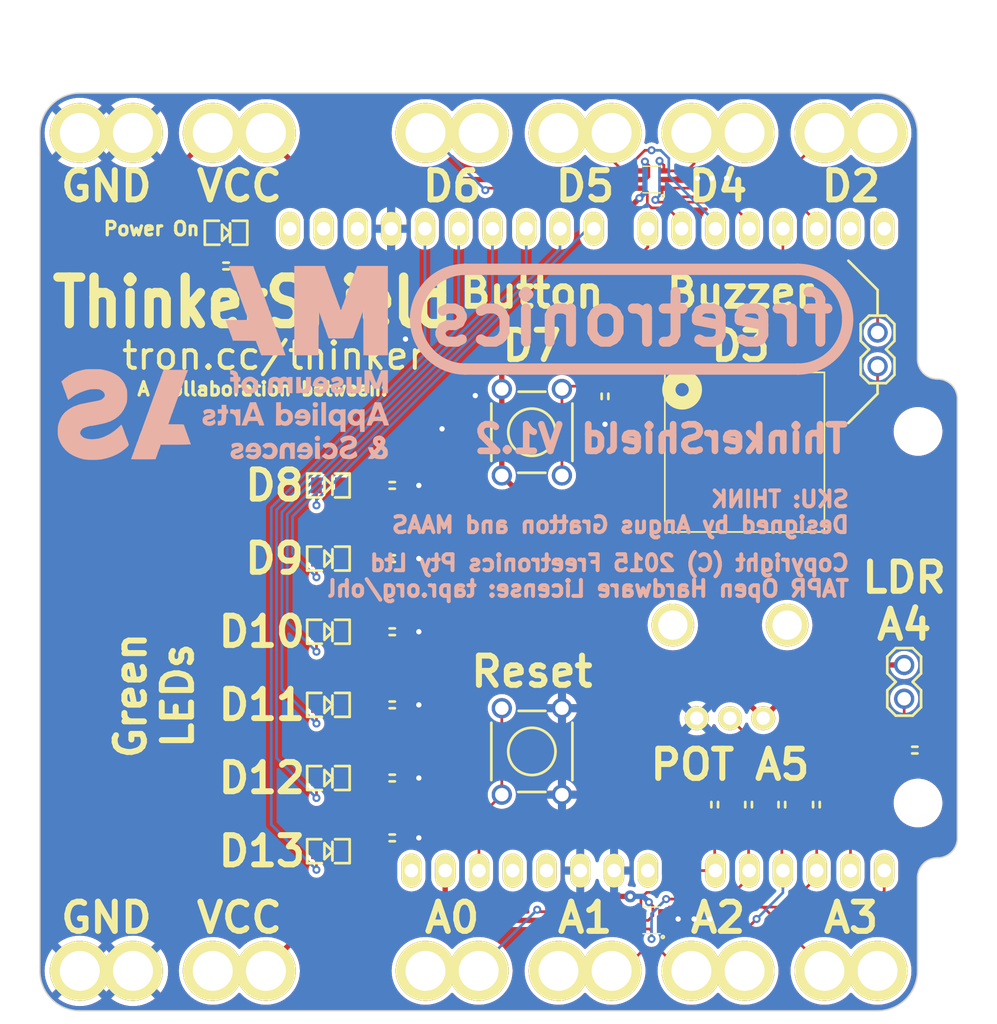
<source format=kicad_pcb>
(kicad_pcb (version 20221018) (generator pcbnew)
  (layers (0 "F.Cu" signal) (31 "B.Cu" signal) (34 "B.Paste" user) (35 "F.Paste" user) (36 "B.SilkS" user "B.Silkscreen") (37 "F.SilkS" user "F.Silkscreen") (38 "B.Mask" user) (39 "F.Mask" user) (44 "Edge.Cuts" user))
  (net 0 "")
  (net 1 "GND")
  (net 2 "/A0")
  (net 3 "/A1")
  (net 4 "/A2")
  (net 5 "/A3")
  (net 6 "IORef")
  (net 7 "/D2")
  (net 8 "/D4")
  (net 9 "/D5")
  (net 10 "/D6")
  (net 11 "/D3")
  (net 12 "/BUZZER")
  (net 13 "/D8")
  (net 14 "Net-(LED1-PadK)")
  (net 15 "/D9")
  (net 16 "Net-(LED2-PadK)")
  (net 17 "/D10")
  (net 18 "Net-(LED3-PadK)")
  (net 19 "/D11")
  (net 20 "Net-(LED4-PadK)")
  (net 21 "/D12")
  (net 22 "Net-(LED5-PadK)")
  (net 23 "/D13")
  (net 24 "/A4")
  (net 25 "/D7")
  (net 26 "/A5")
  (net 27 "Net-(SHIELD1-PadRST)")
  (net 28 "Net-(LED6-PadK)")
  (net 29 "Net-(LED7-PadK)")
  (footprint "FT:ALLIGATOR_CLIP_CONN" (layer "F.Cu") (at 199 110)
    (fp_text reference "JP1" hide)
    (fp_text value "M01")
  )
  (footprint "FT:ALLIGATOR_CLIP_CONN" (layer "F.Cu") (at 209 110)
    (fp_text reference "JP2" hide)
    (fp_text value "M01")
  )
  (footprint "FT:ALLIGATOR_CLIP_CONN" (layer "F.Cu") (at 219 110 180)
    (fp_text reference "JP3" hide)
    (fp_text value "M01")
  )
  (footprint "FT:ALLIGATOR_CLIP_CONN" (layer "F.Cu") (at 229 110 180)
    (fp_text reference "JP4" hide)
    (fp_text value "M01")
  )
  (footprint "FT:ALLIGATOR_CLIP_CONN" (layer "F.Cu") (at 183 110 180)
    (fp_text reference "JP5" hide)
    (fp_text value "M01")
  )
  (footprint "FT:ALLIGATOR_CLIP_CONN" (layer "F.Cu") (at 183 47)
    (fp_text reference "JP6" hide)
    (fp_text value "M01")
  )
  (footprint "FT:ALLIGATOR_CLIP_CONN" (layer "F.Cu") (at 173 110 180)
    (fp_text reference "JP7" hide)
    (fp_text value "M01")
  )
  (footprint "FT:ALLIGATOR_CLIP_CONN" (layer "F.Cu") (at 173 47 180)
    (fp_text reference "JP8" hide)
    (fp_text value "M01")
  )
  (footprint "FT:ALLIGATOR_CLIP_CONN" (layer "F.Cu") (at 229 47)
    (fp_text reference "JP9" hide)
    (fp_text value "M01")
  )
  (footprint "FT:ALLIGATOR_CLIP_CONN" (layer "F.Cu") (at 219 47)
    (fp_text reference "JP10" hide)
    (fp_text value "M01")
  )
  (footprint "FT:ALLIGATOR_CLIP_CONN" (layer "F.Cu") (at 209 47)
    (fp_text reference "JP11" hide)
    (fp_text value "M01")
  )
  (footprint "FT:ALLIGATOR_CLIP_CONN" (layer "F.Cu") (at 199 47)
    (fp_text reference "JP12" hide)
    (fp_text value "M01")
  )
  (footprint "FT:1X02" (layer "F.Cu") (at 231 62 -90)
    (fp_text reference "JP13")
    (fp_text value "JUMPER2" hide)
  )
  (footprint "FT:LED-0805" (layer "F.Cu") (at 189.7 73.5)
    (fp_text reference "LED1")
    (fp_text value "GREEN")
  )
  (footprint "FT:1X02" (layer "F.Cu") (at 233 87 -90)
    (fp_text reference "PH1")
    (fp_text value "LDR GL5516" hide)
  )
  (footprint "FT:0603" (layer "F.Cu") (at 233.8 93.4)
    (fp_text reference "R1")
    (fp_text value "1K" hide)
  )
  (footprint "FT:0603" (layer "F.Cu") (at 210.5 66.8 -90)
    (fp_text reference "R2")
    (fp_text value "10K" hide)
  )
  (footprint "FT:BUZZER-12X12-SMT" (layer "F.Cu") (at 221 71)
    (fp_text reference "U1")
    (fp_text value "BUZZER")
  )
  (footprint "FT:ARDUINO_SHIELD" (layer "F.Cu") (at 168 105)
    (fp_text reference "SHIELD1" hide)
    (fp_text value "ARDUINO_SHIELD" hide)
  )
  (footprint "FT:SOT363" (layer "F.Cu") (at 214 106.2 90)
    (fp_text reference "TV1")
    (fp_text value "SMF05C" hide)
  )
  (footprint "SOT363" (layer "F.Cu") (at 214 50.5 90)
    (fp_text reference "TV2")
    (fp_text value "SMF05C" hide)
  )
  (footprint "FT:SW_PUSHBUTTON_PTH" (layer "F.Cu") (at 205 93.5 90)
    (fp_text reference "SW1")
    (fp_text value "SW_PUSHBUTTON" hide)
  )
  (footprint "FT:SW_PUSHBUTTON_PTH" (layer "F.Cu") (at 205 69.5 90)
    (fp_text reference "SW2")
    (fp_text value "SW_PUSHBUTTON" hide)
  )
  (footprint "FT:LOGO_FREETRONICS_14mm_SolderMask" (layer "F.Cu") (at 188.8 69.5)
    (fp_text reference "LOGO_FREETRONICS" hide)
    (fp_text value "val**" hide)
  )
  (footprint "TS:MAAS_logo_small_SolderMask" (layer "F.Cu") (at 176 74)
    (fp_text reference "G***" hide)
    (fp_text value "LOGO" hide)
  )
  (footprint "FT:0603" (layer "F.Cu") (at 221.3 97.5 90)
    (fp_text reference "R7")
    (fp_text value "22M" hide)
  )
  (footprint "FT:0603" (layer "F.Cu") (at 223.8 97.5 90)
    (fp_text reference "R8")
    (fp_text value "22M" hide)
  )
  (footprint "FT:0603" (layer "F.Cu") (at 226.4 97.5 90)
    (fp_text reference "R9")
    (fp_text value "22M" hide)
  )
  (footprint "FT:0603" (layer "F.Cu") (at 218.75 97.5 90)
    (fp_text reference "R5")
    (fp_text value "22M" hide)
  )
  (footprint "POT_RV09_VERT" (layer "F.Cu") (at 219.9 84)
    (fp_text reference "VR1")
    (fp_text value "10K" hide)
  )
  (footprint "FT:LED-0805" (layer "F.Cu") (at 182 54.5)
    (fp_text reference "LED7")
    (fp_text value "BLUE")
  )
  (footprint "FT:LED-0805" (layer "F.Cu") (at 189.7 79)
    (fp_text reference "LED2")
    (fp_text value "GREEN")
  )
  (footprint "FT:LED-0805" (layer "F.Cu") (at 189.7 84.5)
    (fp_text reference "LED3")
    (fp_text value "GREEN")
  )
  (footprint "FT:LED-0805" (layer "F.Cu") (at 189.7 90)
    (fp_text reference "LED4")
    (fp_text value "GREEN")
  )
  (footprint "FT:LED-0805" (layer "F.Cu") (at 189.7 95.5)
    (fp_text reference "LED5")
    (fp_text value "GREEN")
  )
  (footprint "FT:LED-0805" (layer "F.Cu") (at 189.7 101)
    (fp_text reference "LED6")
    (fp_text value "GREEN")
  )
  (footprint "FT:0603" (layer "F.Cu") (at 182 57)
    (fp_text reference "R6")
    (fp_text value "2.2K" hide)
  )
  (footprint "FT:0603" (layer "F.Cu") (at 194.5 73.5 180)
    (fp_text reference "R3")
    (fp_text value "470R" hide)
  )
  (footprint "FT:0603" (layer "F.Cu") (at 194.5 79 180)
    (fp_text reference "R4")
    (fp_text value "470R" hide)
  )
  (footprint "FT:0603" (layer "F.Cu") (at 194.5 84.5 180)
    (fp_text reference "R10")
    (fp_text value "470R" hide)
  )
  (footprint "FT:0603" (layer "F.Cu") (at 194.5 90 180)
    (fp_text reference "R11")
    (fp_text value "470R" hide)
  )
  (footprint "FT:0603" (layer "F.Cu") (at 194.5 95.5 180)
    (fp_text reference "R12")
    (fp_text value "470R" hide)
  )
  (footprint "FT:0603" (layer "F.Cu") (at 194.5 100 180)
    (fp_text reference "R13")
    (fp_text value "470R" hide)
  )
  (footprint "FT:FIDUCIAL" (layer "F.Cu") (at 221 71)
    (fp_text reference "FIDUCIAL" hide)
    (fp_text value "val**" hide)
  )
  (footprint "FT:FIDUCIAL" (layer "F.Cu") (at 205 69.5)
    (fp_text reference "FIDUCIAL" hide)
    (fp_text value "val**" hide)
  )
  (footprint "FT:FIDUCIAL" (layer "F.Cu") (at 205 93.5)
    (fp_text reference "FIDUCIAL" hide)
    (fp_text value "val**" hide)
  )
  (footprint "FT:LOGO_FREETRONICS_33mm" (layer "B.Cu") (at 212.5 61)
    (fp_text reference "LOGO_FREETRONICS" hide)
    (fp_text value "val**" hide)
  )
  (footprint "TS:MAAS_logo_large" (layer "B.Cu") (at 181.75 64.25 180)
    (fp_text reference "G***" hide)
    (fp_text value "LOGO" hide)
  )
  (gr_line (start 231 66.6) (end 228.8 68.8) (stroke (width 0.2)) (layer "F.SilkS"))
  (gr_line (start 229.2 57) (end 228.8 56.6) (stroke (width 0.2)) (layer "F.SilkS"))
  (gr_line (start 231 58.8) (end 229.2 57) (stroke (width 0.2)) (layer "F.SilkS"))
  (gr_line (start 231 60.7) (end 231 58.8) (stroke (width 0.2)) (layer "F.SilkS"))
  (gr_line (start 231 65.8) (end 231 66.6) (stroke (width 0.2)) (layer "F.SilkS"))
  (gr_arc (start 171 113) (mid 168.87868 112.12132) (end 168 110) (stroke (width 0.1)) (layer "Edge.Cuts"))
  (gr_line (start 234 110) (end 234 103) (stroke (width 0.1)) (layer "Edge.Cuts"))
  (gr_arc (start 231 44) (mid 233.12132 44.87868) (end 234 47) (stroke (width 0.1)) (layer "Edge.Cuts"))
  (gr_arc (start 237 100) (mid 236.56066 101.06066) (end 235.5 101.5) (stroke (width 0.1)) (layer "Edge.Cuts"))
  (gr_arc (start 235.5 65.5) (mid 234.43934 65.06066) (end 234 64) (stroke (width 0.1)) (layer "Edge.Cuts"))
  (gr_arc (start 168 47) (mid 168.87868 44.87868) (end 171 44) (stroke (width 0.1)) (layer "Edge.Cuts"))
  (gr_line (start 234 47) (end 234 53) (stroke (width 0.1)) (layer "Edge.Cuts"))
  (gr_line (start 237 100) (end 237 67) (stroke (width 0.1)) (layer "Edge.Cuts"))
  (gr_arc (start 235.5 65.5) (mid 236.56066 65.93934) (end 237 67) (stroke (width 0.1)) (layer "Edge.Cuts"))
  (gr_line (start 171 113) (end 231 113) (stroke (width 0.1)) (layer "Edge.Cuts"))
  (gr_line (start 168 47) (end 168 110) (stroke (width 0.1)) (layer "Edge.Cuts"))
  (gr_arc (start 234 110) (mid 233.12132 112.12132) (end 231 113) (stroke (width 0.1)) (layer "Edge.Cuts"))
  (gr_line (start 231 44) (end 171 44) (stroke (width 0.1)) (layer "Edge.Cuts"))
  (gr_line (start 234 64) (end 234 53) (stroke (width 0.1)) (layer "Edge.Cuts"))
  (gr_arc (start 234 103) (mid 234.43934 101.93934) (end 235.5 101.5) (stroke (width 0.1)) (layer "Edge.Cuts"))
  (gr_text "Copyright (C) 2015 Freetronics Pty Ltd\nTAPR Open Hardware License: tapr.org/ohl\n" (at 229 80.3) (layer "B.SilkS") (effects (font (size 1.2 1.2) (thickness 0.3)) (justify left mirror)))
  (gr_text "ThinkerShield V1.2" (at 229 70) (layer "B.SilkS") (effects (font (size 2 2) (thickness 0.5)) (justify left mirror)))
  (gr_text "SKU: THINK\nDesigned by Angus Gratton and MAAS\n" (at 229 75.5) (layer "B.SilkS") (effects (font (size 1.2 1.2) (thickness 0.3)) (justify left mirror)))
  (gr_text "LDR\nA4" (at 233 82.2) (layer "F.SilkS") (effects (font (size 2.2 2.2) (thickness 0.45))))
  (gr_text "D4" (at 219 51) (layer "F.SilkS") (effects (font (size 2.2 2.2) (thickness 0.45))))
  (gr_text "POT A5\n" (at 219.9 94.5) (layer "F.SilkS") (effects (font (size 2.2 2.2) (thickness 0.45))))
  (gr_text "D2" (at 229 51) (layer "F.SilkS") (effects (font (size 2.2 2.2) (thickness 0.45))))
  (gr_text "Power On" (at 176.4 54.2) (layer "F.SilkS") (effects (font (size 1 1) (thickness 0.25))))
  (gr_text "D11" (at 181.2 90) (layer "F.SilkS") (effects (font (size 2.2 2.2) (thickness 0.45)) (justify left)))
  (gr_text "D10" (at 181.2 84.5) (layer "F.SilkS") (effects (font (size 2.2 2.2) (thickness 0.45)) (justify left)))
  (gr_text "Green\nLEDs" (at 176.6 89.3 90) (layer "F.SilkS") (effects (font (size 2.2 2.2) (thickness 0.45))))
  (gr_text "A3" (at 229 106) (layer "F.SilkS") (effects (font (size 2.2 2.2) (thickness 0.45))))
  (gr_text "GND" (at 173 106) (layer "F.SilkS") (effects (font (size 2.2 2.2) (thickness 0.45))))
  (gr_text "ThinkerShield" (at 184 59.75) (layer "F.SilkS") (effects (font (size 3.5 3) (thickness 0.7))))
  (gr_text "D12" (at 181.2 95.5) (layer "F.SilkS") (effects (font (size 2.2 2.2) (thickness 0.45)) (justify left)))
  (gr_text "GND" (at 173 51) (layer "F.SilkS") (effects (font (size 2.2 2.2) (thickness 0.45))))
  (gr_text "Reset" (at 205 87.5) (layer "F.SilkS") (effects (font (size 2.2 2.2) (thickness 0.45))))
  (gr_text "D3" (at 220.7 63) (layer "F.SilkS") (effects (font (size 2.2 2.2) (thickness 0.45))))
  (gr_text "D6" (at 199 51) (layer "F.SilkS") (effects (font (size 2.2 2.2) (thickness 0.45))))
  (gr_text "VCC" (at 183 106) (layer "F.SilkS") (effects (font (size 2.2 2.2) (thickness 0.45))))
  (gr_text "A1" (at 209 106) (layer "F.SilkS") (effects (font (size 2.2 2.2) (thickness 0.45))))
  (gr_text "A2" (at 219 106) (layer "F.SilkS") (effects (font (size 2.2 2.2) (thickness 0.45))))
  (gr_text "D5" (at 209 51) (layer "F.SilkS") (effects (font (size 2.2 2.2) (thickness 0.45))))
  (gr_text "D7" (at 205 63) (layer "F.SilkS") (effects (font (size 2.2 2.2) (thickness 0.45))))
  (gr_text "A0" (at 199 106) (layer "F.SilkS") (effects (font (size 2.2 2.2) (thickness 0.45))))
  (gr_text "VCC" (at 183 51) (layer "F.SilkS") (effects (font (size 2.2 2.2) (thickness 0.45))))
  (gr_text "Buzzer" (at 220.7 59) (layer "F.SilkS") (effects (font (size 2.2 2.2) (thickness 0.45))))
  (gr_text "tron.cc/thinker" (at 174 63.75) (layer "F.SilkS") (effects (font (size 2 2) (thickness 0.3)) (justify left)))
  (gr_text "D9" (at 183.2 79) (layer "F.SilkS") (effects (font (size 2.2 2.2) (thickness 0.45)) (justify left)))
  (gr_text "Button" (at 205 59) (layer "F.SilkS") (effects (font (size 2.2 2.2) (thickness 0.45))))
  (gr_text "D13" (at 181.2 101) (layer "F.SilkS") (effects (font (size 2.2 2.2) (thickness 0.45)) (justify left)))
  (gr_text "A collaboration between:" (at 184.75 66.25) (layer "F.SilkS") (effects (font (size 1 1) (thickness 0.25))))
  (gr_text "D8" (at 183.2 73.5) (layer "F.SilkS") (effects (font (size 2.2 2.2) (thickness 0.45)) (justify left)))
  (segment (start 217.355644 50.5) (end 217.455654 50.39999) (width 0.4) (layer "F.Cu") (net 1))
  (segment (start 198.24459 69.24459) (end 195.303957 66.303957) (width 0.4) (layer "F.Cu") (net 1))
  (segment (start 217.2 106.1) (end 218.4 106.1) (width 0.4) (layer "F.Cu") (net 1))
  (segment (start 195.303957 65.940354) (end 195.303957 65.303958) (width 0.4) (layer "F.Cu") (net 1))
  (segment (start 214.8 106.2) (end 215.9 106.2) (width 0.4) (layer "F.Cu") (net 1))
  (segment (start 195.262 79) (end 196.5 79) (width 0.4) (layer "F.Cu") (net 1))
  (segment (start 195.262 100) (end 196.5 100) (width 0.4) (layer "F.Cu") (net 1))
  (segment (start 195.262 95.5) (end 196.5 95.5) (width 0.4) (layer "F.Cu") (net 1))
  (segment (start 195.262 90) (end 196.5 90) (width 0.4) (layer "F.Cu") (net 1))
  (segment (start 195.046044 62.046044) (end 195.496043 62.496043) (width 0.4) (layer "F.Cu") (net 1))
  (segment (start 195.262 84.5) (end 196.5 84.5) (width 0.4) (layer "F.Cu") (net 1))
  (segment (start 195.303957 65.303958) (end 195.303957 62.688129) (width 0.4) (layer "F.Cu") (net 1))
  (segment (start 214.8 50.5) (end 217.355644 50.5) (width 0.4) (layer "F.Cu") (net 1))
  (segment (start 215.9 106.2) (end 216 106.1) (width 0.4) (layer "F.Cu") (net 1))
  (segment (start 218.549999 50.39999) (end 219.649999 50.39999) (width 0.4) (layer "F.Cu") (net 1))
  (segment (start 174.8 47) (end 171.2 47) (width 0.4) (layer "F.Cu") (net 1))
  (segment (start 194.416 61.416) (end 195.046044 62.046044) (width 0.4) (layer "F.Cu") (net 1))
  (segment (start 194.416 54.2) (end 194.416 61.416) (width 0.4) (layer "F.Cu") (net 1))
  (segment (start 181.238 57) (end 181.10084 56.86284) (width 0.2) (layer "F.Cu") (net 1))
  (segment (start 195.262 73.5) (end 196.5 73.5) (width 0.4) (layer "F.Cu") (net 1))
  (segment (start 216 106.1) (end 217.2 106.1) (width 0.4) (layer "F.Cu") (net 1))
  (segment (start 195.303957 66.303957) (end 195.303957 65.940354) (width 0.4) (layer "F.Cu") (net 1))
  (segment (start 174.8 110) (end 171.2 110) (width 0.4) (layer "F.Cu") (net 1))
  (segment (start 195.303957 62.688129) (end 195.496043 62.496043) (width 0.4) (layer "F.Cu") (net 1))
  (segment (start 210.5 67.562) (end 210.5 68.9) (width 0.4) (layer "F.Cu") (net 1))
  (via (at 210.5 68.9) (size 0.9) (drill 0.4) (layers "F.Cu" "B.Cu") (net 1))
  (via (at 219.649999 50.39999) (size 0.9) (drill 0.4) (layers "F.Cu" "B.Cu") (net 1))
  (via (at 196.5 95.5) (size 0.9) (drill 0.4) (layers "F.Cu" "B.Cu") (net 1))
  (via (at 195.496043 62.496043) (size 0.9) (drill 0.4) (layers "F.Cu" "B.Cu") (net 1))
  (via (at 196.5 84.5) (size 0.9) (drill 0.4) (layers "F.Cu" "B.Cu") (net 1))
  (via (at 217.455654 50.39999) (size 0.9) (drill 0.4) (layers "F.Cu" "B.Cu") (net 1))
  (via (at 196.5 73.5) (size 0.9) (drill 0.4) (layers "F.Cu" "B.Cu") (net 1))
  (via (at 216 106.1) (size 0.9) (drill 0.4) (layers "F.Cu" "B.Cu") (net 1))
  (via (at 196.5 79) (size 0.9) (drill 0.4) (layers "F.Cu" "B.Cu") (net 1))
  (via (at 196.5 90) (size 0.9) (drill 0.4) (layers "F.Cu" "B.Cu") (net 1))
  (via (at 200.74459 66.744591) (size 0.9) (drill 0.4) (layers "F.Cu" "B.Cu") (net 1))
  (via (at 217.2 106.1) (size 0.9) (drill 0.4) (layers "F.Cu" "B.Cu") (net 1))
  (via (at 218.4 106.1) (size 0.9) (drill 0.4) (layers "F.Cu" "B.Cu") (net 1))
  (via (at 198.24459 69.24459) (size 0.9) (drill 0.4) (layers "F.Cu" "B.Cu") (net 1))
  (via (at 196.5 100) (size 0.9) (drill 0.4) (layers "F.Cu" "B.Cu") (net 1))
  (via (at 218.549999 50.39999) (size 0.9) (drill 0.4) (layers "F.Cu" "B.Cu") (net 1))
  (segment (start 195.496043 62.496043) (end 195.4 62.4) (width 0.4) (layer "B.Cu") (net 1))
  (segment (start 200.294591 67.19459) (end 200.74459 66.744591) (width 0.4) (layer "B.Cu") (net 1))
  (segment (start 198.69459 68.794591) (end 200.294591 67.19459) (width 0.4) (layer "B.Cu") (net 1))
  (segment (start 219.20001 50.39999) (end 219.649999 50.39999) (width 0.4) (layer "B.Cu") (net 1))
  (segment (start 198.24459 69.24459) (end 198.69459 68.794591) (width 0.4) (layer "B.Cu") (net 1))
  (segment (start 217.455654 50.39999) (end 218.549999 50.39999) (width 0.4) (layer "B.Cu") (net 1))
  (segment (start 219.14 102.46) (end 218.8 102.46) (width 0.2) (layer "F.Cu") (net 2))
  (segment (start 218.75 102.41) (end 218.8 102.46) (width 0.2) (layer "F.Cu") (net 2))
  (segment (start 213.199976 105.199976) (end 213.199976 104.543344) (width 0.2) (layer "F.Cu") (net 2))
  (segment (start 197.2 110) (end 200.8 110) (width 0.2) (layer "F.Cu") (net 2))
  (segment (start 205.55 105.55) (end 205.4 105.4) (width 0.2) (layer "F.Cu") (net 2))
  (segment (start 214.3 104.1) (end 215.94 102.46) (width 0.2) (layer "F.Cu") (net 2))
  (segment (start 213.64332 104.1) (end 214.3 104.1) (width 0.2) (layer "F.Cu") (net 2))
  (segment (start 213.2 105.55) (end 213.2 105.2) (width 0.2) (layer "F.Cu") (net 2))
  (segment (start 217.838 102.46) (end 218.8 102.46) (width 0.2) (layer "F.Cu") (net 2))
  (segment (start 213.2 105.55) (end 205.55 105.55) (width 0.2) (layer "F.Cu") (net 2))
  (segment (start 215.94 102.46) (end 217.838 102.46) (width 0.2) (layer "F.Cu") (net 2))
  (segment (start 213.199976 104.543344) (end 213.64332 104.1) (width 0.2) (layer "F.Cu") (net 2))
  (segment (start 218.75 98.262) (end 218.75 102.41) (width 0.2) (layer "F.Cu") (net 2))
  (segment (start 213.2 105.2) (end 213.199976 105.199976) (width 0.2) (layer "F.Cu") (net 2))
  (via (at 205.4 105.4) (size 0.6) (drill 0.3) (layers "F.Cu" "B.Cu") (net 2))
  (segment (start 205.100001 105.699999) (end 205.4 105.4) (width 0.2) (layer "B.Cu") (net 2))
  (segment (start 200.8 110) (end 200.8 109) (width 0.2) (layer "B.Cu") (net 2))
  (segment (start 200.8 110) (end 205.4 105.4) (width 0.2) (layer "B.Cu") (net 2))
  (segment (start 200.8 109.9) (end 200.9 109.9) (width 0.2) (layer "B.Cu") (net 2))
  (segment (start 213.2 108.6) (end 211.8 110) (width 0.2) (layer "F.Cu") (net 3))
  (segment (start 211.8 110) (end 210.8 110) (width 0.2) (layer "F.Cu") (net 3))
  (segment (start 213.85 106.85) (end 214 107) (width 0.2) (layer "F.Cu") (net 3))
  (segment (start 214 107) (end 214 107.6) (width 0.2) (layer "F.Cu") (net 3))
  (segment (start 221.3 102.42) (end 221.34 102.46) (width 0.2) (layer "F.Cu") (net 3))
  (segment (start 215.524264 104.6) (end 215.1 104.6) (width 0.2) (layer "F.Cu") (net 3))
  (segment (start 213.2 106.85) (end 213.85 106.85) (width 0.2) (layer "F.Cu") (net 3))
  (segment (start 213.2 107.6) (end 213.2 108.6) (width 0.2) (layer "F.Cu") (net 3))
  (segment (start 221.3 98.262) (end 221.3 102.42) (width 0.2) (layer "F.Cu") (net 3))
  (segment (start 221.34 102.968) (end 219.708 104.6) (width 0.2) (layer "F.Cu") (net 3))
  (segment (start 207.2 110) (end 210.8 110) (width 0.2) (layer "F.Cu") (net 3))
  (segment (start 213.2 107.4) (end 213.2 107.6) (width 0.2) (layer "F.Cu") (net 3))
  (segment (start 219.708 104.6) (end 215.524264 104.6) (width 0.2) (layer "F.Cu") (net 3))
  (segment (start 221.34 102.46) (end 221.34 102.968) (width 0.2) (layer "F.Cu") (net 3))
  (segment (start 213.2 106.85) (end 213.2 107.4) (width 0.2) (layer "F.Cu") (net 3))
  (via (at 214 107.6) (size 0.6) (drill 0.3) (layers "F.Cu" "B.Cu") (net 3))
  (via (at 215.1 104.6) (size 0.6) (drill 0.3) (layers "F.Cu" "B.Cu") (net 3))
  (segment (start 212 110) (end 210.8 110) (width 0.2) (layer "B.Cu") (net 3))
  (segment (start 212.1 110) (end 210.8 110) (width 0.2) (layer "B.Cu") (net 3))
  (segment (start 214 107.6) (end 214 105.7) (width 0.2) (layer "B.Cu") (net 3))
  (segment (start 214.800001 104.899999) (end 215.1 104.6) (width 0.2) (layer "B.Cu") (net 3))
  (segment (start 214 105.7) (end 214.800001 104.899999) (width 0.2) (layer "B.Cu") (net 3))
  (segment (start 214.8 108.6) (end 216.2 110) (width 0.2) (layer "F.Cu") (net 4))
  (segment (start 216.2 110) (end 217.2 110) (width 0.2) (layer "F.Cu") (net 4))
  (segment (start 223.8 102.38) (end 223.88 102.46) (width 0.2) (layer "F.Cu") (net 4))
  (segment (start 223.88 102.46) (end 223.39878 101.97878) (width 0.2) (layer "F.Cu") (net 4))
  (segment (start 214.8 106.85) (end 215 106.85) (width 0.2) (layer "F.Cu") (net 4))
  (segment (start 223.8 98.262) (end 223.8 102.38) (width 0.2) (layer "F.Cu") (net 4))
  (segment (start 217.2 110) (end 220.8 110) (width 0.2) (layer "F.Cu") (net 4))
  (segment (start 214.8 106.85) (end 214.8 108.6) (width 0.2) (layer "F.Cu") (net 4))
  (segment (start 221.600001 106.399999) (end 221.9 106.1) (width 0.2) (layer "F.Cu") (net 4))
  (segment (start 220.8 107.2) (end 221.600001 106.399999) (width 0.2) (layer "F.Cu") (net 4))
  (segment (start 215 106.85) (end 215.35 107.2) (width 0.2) (layer "F.Cu") (net 4))
  (segment (start 214.8 106.85) (end 214.8 107.6) (width 0.2) (layer "F.Cu") (net 4))
  (segment (start 215.35 107.2) (end 220.8 107.2) (width 0.2) (layer "F.Cu") (net 4))
  (via (at 221.9 106.1) (size 0.6) (drill 0.3) (layers "F.Cu" "B.Cu") (net 4))
  (segment (start 221.9 106.1) (end 223.88 104.12) (width 0.2) (layer "B.Cu") (net 4))
  (segment (start 223.88 104.12) (end 223.88 102.46) (width 0.2) (layer "B.Cu") (net 4))
  (segment (start 226.42 102.02) (end 226.42 102.46) (width 0.2) (layer "F.Cu") (net 5))
  (segment (start 226.42 98.382) (end 226.4 98.362) (width 0.2) (layer "F.Cu") (net 5))
  (segment (start 224.188 105.2) (end 226.42 102.968) (width 0.2) (layer "F.Cu") (net 5))
  (segment (start 215.35 105.2) (end 224.188 105.2) (width 0.2) (layer "F.Cu") (net 5))
  (segment (start 215 105.55) (end 215.35 105.2) (width 0.2) (layer "F.Cu") (net 5))
  (segment (start 222.4 105.2) (end 215.35 105.2) (width 0.2) (layer "F.Cu") (net 5))
  (segment (start 214.8 105.55) (end 215 105.55) (width 0.2) (layer "F.Cu") (net 5))
  (segment (start 227.2 110) (end 222.4 105.2) (width 0.2) (layer "F.Cu") (net 5))
  (segment (start 226.42 102.968) (end 226.42 102.46) (width 0.2) (layer "F.Cu") (net 5))
  (segment (start 226.42 102.46) (end 226.42 98.382) (width 0.2) (layer "F.Cu") (net 5))
  (segment (start 227.2 110) (end 230.8 110) (width 0.2) (layer "F.Cu") (net 5))
  (segment (start 188.3 50.5) (end 213.2 50.5) (width 0.4) (layer "F.Cu") (net 6))
  (segment (start 188.1 106.7) (end 184.8 110) (width 0.4) (layer "F.Cu") (net 6))
  (segment (start 203.2 100.4) (end 202.3 101.3) (width 0.4) (layer "F.Cu") (net 6))
  (segment (start 202.3 101.3) (end 202.3 103.1) (width 0.4) (layer "F.Cu") (net 6))
  (segment (start 187.8 107) (end 184.8 110) (width 0.4) (layer "F.Cu") (net 6))
  (segment (start 212.4 106.2) (end 213.2 106.2) (width 0.4) (layer "F.Cu") (net 6))
  (segment (start 201.5 104.4) (end 198.8 104.4) (width 0.4) (layer "F.Cu") (net 6))
  (segment (start 198.8 104.4) (end 198.48 104.08) (width 0.4) (layer "F.Cu") (net 6))
  (segment (start 198.48 104.08) (end 198.48 102.46) (width 0.4) (layer "F.Cu") (net 6))
  (segment (start 212.4 104.4) (end 202.3 104.4) (width 0.4) (layer "F.Cu") (net 6))
  (segment (start 202.3 104.4) (end 201.5 104.4) (width 0.4) (layer "F.Cu") (net 6))
  (segment (start 188.6 106.2) (end 188.1 106.7) (width 0.4) (layer "F.Cu") (net 6))
  (segment (start 223.9 96.838) (end 223.8 96.738) (width 0.2) (layer "F.Cu") (net 6))
  (segment (start 214 97.9) (end 213.45 98.45) (width 0.4) (layer "F.Cu") (net 6))
  (segment (start 211.5 100.4) (end 203.2 100.4) (width 0.4) (layer "F.Cu") (net 6))
  (segment (start 215.162 96.738) (end 214 97.9) (width 0.4) (layer "F.Cu") (net 6))
  (segment (start 226.4 87) (end 222.4 91) (width 0.4) (layer "F.Cu") (net 6))
  (segment (start 219.7 88.3) (end 219.7 83.6) (width 0.4) (layer "F.Cu") (net 6))
  (segment (start 219.7 83.6) (end 215 78.9) (width 0.4) (layer "F.Cu") (net 6))
  (segment (start 215 78.9) (end 208.8882 78.9) (width 0.4) (layer "F.Cu") (net 6))
  (segment (start 208.8882 78.9) (end 202.7394 72.7512) (width 0.4) (layer "F.Cu") (net 6))
  (segment (start 218.7 89.3) (end 214.8 89.3) (width 0.4) (layer "F.Cu") (net 6))
  (segment (start 214.8 89.3) (end 211.9 92.2) (width 0.4) (layer "F.Cu") (net 6))
  (segment (start 211.9 92.2) (end 211.9 96.9) (width 0.4) (layer "F.Cu") (net 6))
  (segment (start 211.9 96.9) (end 213.45 98.45) (width 0.4) (layer "F.Cu") (net 6))
  (segment (start 213.45 98.45) (end 211.5 100.4) (width 0.4) (layer "F.Cu") (net 6))
  (segment (start 179 52.39916) (end 179 49) (width 0.4) (layer "F.Cu") (net 6))
  (segment (start 179 49) (end 181 47) (width 0.4) (layer "F.Cu") (net 6))
  (segment (start 184.8 47) (end 181.2 47) (width 0.4) (layer "F.Cu") (net 6))
  (segment (start 213.2 50.5) (end 212.5 50.5) (width 0.4) (layer "F.Cu") (net 6))
  (segment (start 213.75 106.2) (end 214.099976 105.850024) (width 0.2) (layer "F.Cu") (net 6))
  (segment (start 212 52.981043) (end 212.783349 52.197694) (width 0.4) (layer "F.Cu") (net 6))
  (segment (start 202.3 103.1) (end 202.3 103.6) (width 0.4) (layer "F.Cu") (net 6))
  (segment (start 181.2 47) (end 181.2 47.2) (width 0.4) (layer "F.Cu") (net 6))
  (segment (start 213.801562 49.44999) (end 213.501563 49.149991) (width 0.2) (layer "F.Cu") (net 6))
  (segment (start 212 55.5) (end 212 52.981043) (width 0.4) (layer "F.Cu") (net 6))
  (segment (start 233 87) (end 226.4 87) (width 0.4) (layer "F.Cu") (net 6))
  (segment (start 202.3 104.4) (end 202.3 103.6) (width 0.4) (layer "F.Cu") (net 6))
  (segment (start 213.2 106.2) (end 188.6 106.2) (width 0.4) (layer "F.Cu") (net 6))
  (segment (start 226.4 96.738) (end 223.8 96.738) (width 0.4) (layer "F.Cu") (net 6))
  (segment (start 223.8 96.738) (end 221.3 96.738) (width 0.4) (layer "F.Cu") (net 6))
  (segment (start 218.75 96.738) (end 215.162 96.738) (width 0.4) (layer "F.Cu") (net 6))
  (segment (start 202.7394 66.2488) (end 202.7394 72.7512) (width 0.4) (layer "F.Cu") (net 6))
  (segment (start 202.7394 66.2488) (end 202.7394 64.7606) (width 0.4) (layer "F.Cu") (net 6))
  (segment (start 212.783349 52.197694) (end 213.083348 51.897695) (width 0.4) (layer "F.Cu") (net 6))
  (segment (start 214.099976 105.850024) (end 214.099976 105.131344) (width 0.2) (layer "F.Cu") (net 6))
  (segment (start 202.7394 64.7606) (end 212 55.5) (width 0.4) (layer "F.Cu") (net 6))
  (segment (start 213.2 106.2) (end 213.75 106.2) (width 0.2) (layer "F.Cu") (net 6))
  (segment (start 221.3 96.738) (end 218.75 96.738) (width 0.4) (layer "F.Cu") (net 6))
  (segment (start 214.099976 105.131344) (end 213.799977 104.831345) (width 0.2) (layer "F.Cu") (net 6))
  (segment (start 222.4 91) (end 219.7 88.3) (width 0.4) (layer "F.Cu") (net 6))
  (segment (start 219.7 88.3) (end 218.7 89.3) (width 0.4) (layer "F.Cu") (net 6))
  (segment (start 213.801562 50.28844) (end 213.801562 49.44999) (width 0.2) (layer "F.Cu") (net 6))
  (segment (start 184.8 110) (end 181.2 110) (width 0.4) (layer "F.Cu") (net 6))
  (segment (start 213.2 50.5) (end 213.590002 50.5) (width 0.2) (layer "F.Cu") (net 6))
  (segment (start 181.10084 54.5) (end 179 52.39916) (width 0.4) (layer "F.Cu") (net 6))
  (segment (start 213.590002 50.5) (end 213.801562 50.28844) (width 0.2) (layer "F.Cu") (net 6))
  (segment (start 184.8 47) (end 188.3 50.5) (width 0.4) (layer "F.Cu") (net 6))
  (via (at 213.083348 51.897695) (size 0.6) (drill 0.3) (layers "F.Cu" "B.Cu") (net 6))
  (via (at 213.799977 104.831345) (size 0.6) (drill 0.3) (layers "F.Cu" "B.Cu") (net 6))
  (via (at 213.501563 49.149991) (size 0.6) (drill 0.3) (layers "F.Cu" "B.Cu") (net 6))
  (via (at 212.4 104.4) (size 0.9) (drill 0.4) (layers "F.Cu" "B.Cu") (net 6))
  (segment (start 213.083348 51.897695) (end 213.501563 51.47948) (width 0.4) (layer "B.Cu") (net 6))
  (segment (start 213.501563 51.47948) (end 213.501563 49.574255) (width 0.4) (layer "B.Cu") (net 6))
  (segment (start 213.368632 104.4) (end 213.499978 104.531346) (width 0.4) (layer "B.Cu") (net 6))
  (segment (start 213.499978 104.531346) (end 213.799977 104.831345) (width 0.4) (layer "B.Cu") (net 6))
  (segment (start 213.501563 49.574255) (end 213.501563 49.149991) (width 0.4) (layer "B.Cu") (net 6))
  (segment (start 212.4 104.4) (end 213.368632 104.4) (width 0.4) (layer "B.Cu") (net 6))
  (segment (start 219.884624 51.15) (end 223.05 51.15) (width 0.2) (layer "F.Cu") (net 7))
  (segment (start 223.05 51.15) (end 227.2 47) (width 0.2) (layer "F.Cu") (net 7))
  (segment (start 227.2 47) (end 230.8 47) (width 0.2) (layer "F.Cu") (net 7))
  (segment (start 224.528 51.8) (end 226.42 53.692) (width 0.2) (layer "F.Cu") (net 7))
  (segment (start 214.9 51.8) (end 224.528 51.8) (width 0.2) (layer "F.Cu") (net 7))
  (segment (start 219.884624 51.15) (end 214.8 51.15) (width 0.2) (layer "F.Cu") (net 7))
  (segment (start 214.8 51.15) (end 214.8 51.7) (width 0.2) (layer "F.Cu") (net 7))
  (segment (start 214.8 51.7) (end 214.9 51.8) (width 0.2) (layer "F.Cu") (net 7))
  (segment (start 226.42 53.692) (end 226.42 54.2) (width 0.2) (layer "F.Cu") (net 7))
  (segment (start 226.42 47.78) (end 227.2 47) (width 0.2) (layer "B.Cu") (net 7))
  (segment (start 216.65 49.85) (end 217.2 49.3) (width 0.2) (layer "F.Cu") (net 8))
  (segment (start 217.2 49.3) (end 217.2 47) (width 0.2) (layer "F.Cu") (net 8))
  (segment (start 221.34 53.692) (end 219.848008 52.200008) (width 0.2) (layer "F.Cu") (net 8))
  (segment (start 214.8 49.85) (end 216.65 49.85) (width 0.2) (layer "F.Cu") (net 8))
  (segment (start 214.899999 49.399999) (end 214.6 49.1) (width 0.2) (layer "F.Cu") (net 8))
  (segment (start 214.925 49.85) (end 214.925 49.425) (width 0.2) (layer "F.Cu") (net 8))
  (segment (start 220.8 47) (end 217.2 47) (width 0.2) (layer "F.Cu") (net 8))
  (segment (start 214.451587 52.200008) (end 214.283369 52.03179) (width 0.2) (layer "F.Cu") (net 8))
  (segment (start 219.848008 52.200008) (end 214.451587 52.200008) (width 0.2) (layer "F.Cu") (net 8))
  (segment (start 214.925 49.425) (end 214.899999 49.399999) (width 0.2) (layer "F.Cu") (net 8))
  (segment (start 221.34 54.2) (end 221.34 53.692) (width 0.2) (layer "F.Cu") (net 8))
  (via (at 214.6 49.1) (size 0.6) (drill 0.3) (layers "F.Cu" "B.Cu") (net 8))
  (via (at 214.283369 52.03179) (size 0.6) (drill 0.3) (layers "F.Cu" "B.Cu") (net 8))
  (segment (start 221.34 47.54) (end 220.8 47) (width 0.2) (layer "B.Cu") (net 8))
  (segment (start 214.6 49.2) (end 214.6 49.1) (width 0.2) (layer "B.Cu") (net 8))
  (segment (start 214.283369 52.03179) (end 214.6 51.715159) (width 0.2) (layer "B.Cu") (net 8))
  (segment (start 214.6 51.715159) (end 214.6 49.2) (width 0.2) (layer "B.Cu") (net 8))
  (segment (start 213.575736 48.3) (end 214 48.3) (width 0.2) (layer "F.Cu") (net 9))
  (segment (start 211 49) (end 211 47) (width 0.2) (layer "F.Cu") (net 9))
  (segment (start 211.85 49.85) (end 211 49) (width 0.2) (layer "F.Cu") (net 9))
  (segment (start 213.075 49.85) (end 211.85 49.85) (width 0.2) (layer "F.Cu") (net 9))
  (segment (start 207.2 47) (end 213 47) (width 0.2) (layer "F.Cu") (net 9))
  (segment (start 213.5 48.3) (end 213.575736 48.3) (width 0.2) (layer "F.Cu") (net 9))
  (segment (start 212.8 49) (end 213.5 48.3) (width 0.2) (layer "F.Cu") (net 9))
  (segment (start 213.075 49.85) (end 212.8 49.575) (width 0.2) (layer "F.Cu") (net 9))
  (segment (start 212.8 49.575) (end 212.8 49) (width 0.2) (layer "F.Cu") (net 9))
  (via (at 214 48.3) (size 0.6) (drill 0.3) (layers "F.Cu" "B.Cu") (net 9))
  (segment (start 218.8 54.2) (end 218.8 53.3) (width 0.2) (layer "B.Cu") (net 9))
  (segment (start 215.300001 48.911999) (end 214.688002 48.3) (width 0.2) (layer "B.Cu") (net 9))
  (segment (start 218.8 53.692) (end 215.300001 50.192001) (width 0.2) (layer "B.Cu") (net 9))
  (segment (start 214.424264 48.3) (end 214 48.3) (width 0.2) (layer "B.Cu") (net 9))
  (segment (start 214.688002 48.3) (end 214.424264 48.3) (width 0.2) (layer "B.Cu") (net 9))
  (segment (start 215.300001 50.192001) (end 215.300001 48.911999) (width 0.2) (layer "B.Cu") (net 9))
  (segment (start 218.8 54.2) (end 218.8 53.692) (width 0.2) (layer "B.Cu") (net 9))
  (segment (start 201.65 51.15) (end 201.5 51.3) (width 0.2) (layer "F.Cu") (net 10))
  (segment (start 213.683368 51.8) (end 213.683368 52.319791) (width 0.2) (layer "F.Cu") (net 10))
  (segment (start 213.683368 51.433368) (end 213.4 51.15) (width 0.2) (layer "F.Cu") (net 10))
  (segment (start 213.4 51.15) (end 213.2 51.15) (width 0.2) (layer "F.Cu") (net 10))
  (segment (start 213.2 51.15) (end 201.65 51.15) (width 0.2) (layer "F.Cu") (net 10))
  (segment (start 213.995368 52.631791) (end 215.199791 52.631791) (width 0.2) (layer "F.Cu") (net 10))
  (segment (start 200.8 47) (end 197.2 47) (width 0.2) (layer "F.Cu") (net 10))
  (segment (start 216.26 53.692) (end 216.26 54.2) (width 0.2) (layer "F.Cu") (net 10))
  (segment (start 213.683368 51.8) (end 213.683368 51.433368) (width 0.2) (layer "F.Cu") (net 10))
  (segment (start 213.2 51.15) (end 213.4 51.15) (width 0.2) (layer "F.Cu") (net 10))
  (segment (start 215.199791 52.631791) (end 216.26 53.692) (width 0.2) (layer "F.Cu") (net 10))
  (segment (start 213.683368 52.319791) (end 213.995368 52.631791) (width 0.2) (layer "F.Cu") (net 10))
  (via (at 201.5 51.3) (size 0.6) (drill 0.3) (layers "F.Cu" "B.Cu") (net 10))
  (segment (start 201.5 51.3) (end 197.2 47) (width 0.2) (layer "B.Cu") (net 10))
  (segment (start 231 58.8) (end 229.2 57) (width 0.2) (layer "F.Cu") (net 11))
  (segment (start 228.8 56.6) (end 224.4 56.6) (width 0.2) (layer "F.Cu") (net 11))
  (segment (start 224.4 56.6) (end 223.88 56.08) (width 0.2) (layer "F.Cu") (net 11))
  (segment (start 229.2 57) (end 228.8 56.6) (width 0.2) (layer "F.Cu") (net 11))
  (segment (start 223.88 54.2) (end 223.88 56.08) (width 0.2) (layer "F.Cu") (net 11))
  (segment (start 231 62) (end 231 58.8) (width 0.2) (layer "F.Cu") (net 11))
  (segment (start 231 66.6) (end 229.5 68.1) (width 0.2) (layer "F.Cu") (net 12))
  (segment (start 229.5 68.1) (end 229.6 68) (width 0.2) (layer "F.Cu") (net 12))
  (segment (start 229.5 68.1) (end 229.5 68.1) (width 0.2) (layer "F.Cu") (net 12))
  (segment (start 226.6 71) (end 225.99948 71) (width 0.2) (layer "F.Cu") (net 12))
  (segment (start 231 64.54) (end 231 66.6) (width 0.2) (layer "F.Cu") (net 12))
  (segment (start 229.5 68.1) (end 226.6 71) (width 0.2) (layer "F.Cu") (net 12))
  (segment (start 209.656 54.944) (end 209.656 54.2) (width 0.2) (layer "F.Cu") (net 13))
  (segment (start 209.656 54.944) (end 209.656 54.2) (width 0.2) (layer "F.Cu") (net 13))
  (segment (start 188.80084 74.999156) (end 188.8 74.999996) (width 0.2) (layer "F.Cu") (net 13))
  (segment (start 188.80084 73.5) (end 188.80084 74.999156) (width 0.2) (layer "F.Cu") (net 13))
  (via (at 188.8 74.999996) (size 0.6) (drill 0.3) (layers "F.Cu" "B.Cu") (net 13))
  (segment (start 188.8 74.6) (end 188.8 74.999996) (width 0.2) (layer "B.Cu") (net 13))
  (segment (start 209.2 54.2) (end 188.8 74.6) (width 0.2) (layer "B.Cu") (net 13))
  (segment (start 209.656 54.2) (end 209.2 54.2) (width 0.2) (layer "B.Cu") (net 13))
  (segment (start 190.59916 73.5) (end 193.738 73.5) (width 0.2) (layer "F.Cu") (net 14))
  (segment (start 188.80084 79) (end 188.80084 80.399148) (width 0.2) (layer "F.Cu") (net 15))
  (segment (start 188.80084 80.399148) (end 188.8 80.399988) (width 0.2) (layer "F.Cu") (net 15))
  (via (at 188.8 80.399988) (size 0.6) (drill 0.3) (layers "F.Cu" "B.Cu") (net 15))
  (segment (start 207.116 55.718302) (end 187 75.834302) (width 0.2) (layer "B.Cu") (net 15))
  (segment (start 187 75.834302) (end 187 78.6) (width 0.2) (layer "B.Cu") (net 15))
  (segment (start 187 78.6) (end 188.8 80.4) (width 0.2) (layer "B.Cu") (net 15))
  (segment (start 188.8 80.4) (end 188.8 80.399988) (width 0.2) (layer "B.Cu") (net 15))
  (segment (start 207.116 54.2) (end 207.116 55.718302) (width 0.2) (layer "B.Cu") (net 15))
  (segment (start 190.59916 79) (end 193.738 79) (width 0.2) (layer "F.Cu") (net 16))
  (segment (start 204.576 54.891998) (end 204.576 54.2) (width 0.2) (layer "F.Cu") (net 17))
  (segment (start 204.576 54.891998) (end 204.576 54.2) (width 0.2) (layer "F.Cu") (net 17))
  (segment (start 188.80084 85.999166) (end 188.8 86.000006) (width 0.2) (layer "F.Cu") (net 17))
  (segment (start 188.80084 84.5) (end 188.80084 85.999166) (width 0.2) (layer "F.Cu") (net 17))
  (via (at 188.8 86.000006) (size 0.6) (drill 0.3) (layers "F.Cu" "B.Cu") (net 17))
  (segment (start 204.576 57.692604) (end 186.59999 75.668614) (width 0.2) (layer "B.Cu") (net 17))
  (segment (start 186.59999 75.668614) (end 186.59999 83.79999) (width 0.2) (layer "B.Cu") (net 17))
  (segment (start 188.8 86) (end 188.8 86.000006) (width 0.2) (layer "B.Cu") (net 17))
  (segment (start 186.59999 83.79999) (end 188.8 86) (width 0.2) (layer "B.Cu") (net 17))
  (segment (start 204.576 54.2) (end 204.576 57.692604) (width 0.2) (layer "B.Cu") (net 17))
  (segment (start 190.59916 84.5) (end 193.738 84.5) (width 0.2) (layer "F.Cu") (net 18))
  (segment (start 202.036 54.960002) (end 202.036 54.2) (width 0.2) (layer "F.Cu") (net 19))
  (segment (start 202.036 55.060002) (end 202.036 54.2) (width 0.2) (layer "F.Cu") (net 19))
  (segment (start 188.80084 90) (end 188.80084 91.399166) (width 0.2) (layer "F.Cu") (net 19))
  (segment (start 202.036 54.2) (end 202.036 55.164) (width 0.2) (layer "F.Cu") (net 19))
  (segment (start 188.80084 91.399166) (end 188.800006 91.4) (width 0.2) (layer "F.Cu") (net 19))
  (via (at 188.800006 91.4) (size 0.6) (drill 0.3) (layers "F.Cu" "B.Cu") (net 19))
  (segment (start 186.19998 88.799974) (end 188.500007 91.100001) (width 0.2) (layer "B.Cu") (net 19))
  (segment (start 202.036 59.666906) (end 186.19998 75.502926) (width 0.2) (layer "B.Cu") (net 19))
  (segment (start 188.500007 91.100001) (end 188.800006 91.4) (width 0.2) (layer "B.Cu") (net 19))
  (segment (start 186.19998 75.502926) (end 186.19998 88.799974) (width 0.2) (layer "B.Cu") (net 19))
  (segment (start 202.036 54.2) (end 202.036 59.666906) (width 0.2) (layer "B.Cu") (net 19))
  (segment (start 190.59916 90) (end 193.738 90) (width 0.2) (layer "F.Cu") (net 20))
  (segment (start 199.496 54.2) (end 199.496 54.204) (width 0.2) (layer "F.Cu") (net 21))
  (segment (start 188.80084 96.99916) (end 188.8 97) (width 0.2) (layer "F.Cu") (net 21))
  (segment (start 188.80084 95.5) (end 188.80084 96.99916) (width 0.2) (layer "F.Cu") (net 21))
  (via (at 188.8 97) (size 0.6) (drill 0.3) (layers "F.Cu" "B.Cu") (net 21))
  (segment (start 199.496 54.2) (end 199.496 61.641208) (width 0.2) (layer "B.Cu") (net 21))
  (segment (start 185.79997 75.337238) (end 185.79997 93.99997) (width 0.2) (layer "B.Cu") (net 21))
  (segment (start 199.496 61.641208) (end 185.79997 75.337238) (width 0.2) (layer "B.Cu") (net 21))
  (segment (start 188.500001 96.700001) (end 188.8 97) (width 0.2) (layer "B.Cu") (net 21))
  (segment (start 185.79997 93.99997) (end 188.500001 96.700001) (width 0.2) (layer "B.Cu") (net 21))
  (segment (start 190.59916 95.5) (end 193.738 95.5) (width 0.2) (layer "F.Cu") (net 22))
  (segment (start 196.956 55.056) (end 196.956 54.2) (width 0.2) (layer "F.Cu") (net 23))
  (segment (start 188.80084 101) (end 188.80084 102.399146) (width 0.2) (layer "F.Cu") (net 23))
  (segment (start 188.80084 102.399146) (end 188.8 102.399986) (width 0.2) (layer "F.Cu") (net 23))
  (via (at 188.8 102.399986) (size 0.6) (drill 0.3) (layers "F.Cu" "B.Cu") (net 23))
  (segment (start 185.39996 98.99996) (end 188.8 102.4) (width 0.2) (layer "B.Cu") (net 23))
  (segment (start 185.39996 75.17155) (end 185.39996 98.99996) (width 0.2) (layer "B.Cu") (net 23))
  (segment (start 188.8 102.4) (end 188.8 102.399986) (width 0.2) (layer "B.Cu") (net 23))
  (segment (start 196.956 63.61551) (end 185.39996 75.17155) (width 0.2) (layer "B.Cu") (net 23))
  (segment (start 196.956 54.2) (end 196.956 63.61551) (width 0.2) (layer "B.Cu") (net 23))
  (segment (start 233 93.362) (end 233.038 93.4) (width 0.2) (layer "F.Cu") (net 24))
  (segment (start 233.038 93.4) (end 232.3 93.4) (width 0.2) (layer "F.Cu") (net 24))
  (segment (start 230.6 95.1) (end 232.3 93.4) (width 0.2) (layer "F.Cu") (net 24))
  (segment (start 228.96 96.74) (end 228.96 102.46) (width 0.2) (layer "F.Cu") (net 24))
  (segment (start 233 89.54) (end 233 93.362) (width 0.2) (layer "F.Cu") (net 24))
  (segment (start 230.6 95.1) (end 228.96 96.74) (width 0.2) (layer "F.Cu") (net 24))
  (segment (start 210.443 66.095) (end 210.5 66.038) (width 0.2) (layer "F.Cu") (net 25))
  (segment (start 210.5 58.8) (end 213.72 55.58) (width 0.2) (layer "F.Cu") (net 25))
  (segment (start 213.72 55.58) (end 213.72 54.2) (width 0.2) (layer "F.Cu") (net 25))
  (segment (start 207.4714 66.038) (end 207.2606 66.2488) (width 0.2) (layer "F.Cu") (net 25))
  (segment (start 207.2606 66.2488) (end 207.2606 72.7512) (width 0.2) (layer "F.Cu") (net 25))
  (segment (start 210.5 66.038) (end 210.5 58.8) (width 0.2) (layer "F.Cu") (net 25))
  (segment (start 210.5 66.038) (end 207.4714 66.038) (width 0.2) (layer "F.Cu") (net 25))
  (segment (start 231.5 104) (end 231.2 104.3) (width 0.2) (layer "F.Cu") (net 26))
  (segment (start 231.2 104.3) (end 228.3 104.3) (width 0.2) (layer "F.Cu") (net 26))
  (segment (start 228.3 104.3) (end 227.7 103.7) (width 0.2) (layer "F.Cu") (net 26))
  (segment (start 227.7 103.7) (end 227.7 94.6) (width 0.2) (layer "F.Cu") (net 26))
  (segment (start 227.7 94.6) (end 225.6 92.5) (width 0.2) (layer "F.Cu") (net 26))
  (segment (start 225.6 92.5) (end 221.4 92.5) (width 0.2) (layer "F.Cu") (net 26))
  (segment (start 221.4 92.5) (end 219.9 91) (width 0.2) (layer "F.Cu") (net 26))
  (segment (start 231.5 102.46) (end 231.5 104) (width 0.2) (layer "F.Cu") (net 26))
  (segment (start 201.02 98.4706) (end 202.7394 96.7512) (width 0.2) (layer "F.Cu") (net 27))
  (segment (start 202.7394 96.7512) (end 202.7394 90.2488) (width 0.2) (layer "F.Cu") (net 27))
  (segment (start 201.02 102.46) (end 201.02 98.4706) (width 0.2) (layer "F.Cu") (net 27))
  (segment (start 191.59916 100) (end 193.738 100) (width 0.2) (layer "F.Cu") (net 28))
  (segment (start 190.59916 101) (end 191.59916 100) (width 0.2) (layer "F.Cu") (net 28))
  (segment (start 182.89916 56.86284) (end 182.762 57) (width 0.2) (layer "F.Cu") (net 29))
  (segment (start 182.89916 54.5) (end 182.89916 56.86284) (width 0.2) (layer "F.Cu") (net 29))
  (zone (net 1) (net_name "GND") (layer "F.Cu") (connect_pads (clearance 0.3)) (min_thickness 0.25) (fill yes (thermal_gap 0.4) (thermal_bridge_width 0.6))
    (polygon (pts (xy 240 114) (xy 165 114) (xy 165 37) (xy 240 37)))
  )
  (zone (net 1) (net_name "GND") (layer "B.Cu") (connect_pads thru_hole_only (clearance 0.3)) (min_thickness 0.25) (fill yes (thermal_gap 0.4) (thermal_bridge_width 0.6))
    (polygon (pts (xy 240 114) (xy 165 114) (xy 165 37) (xy 240 37)))
  )
)
</source>
